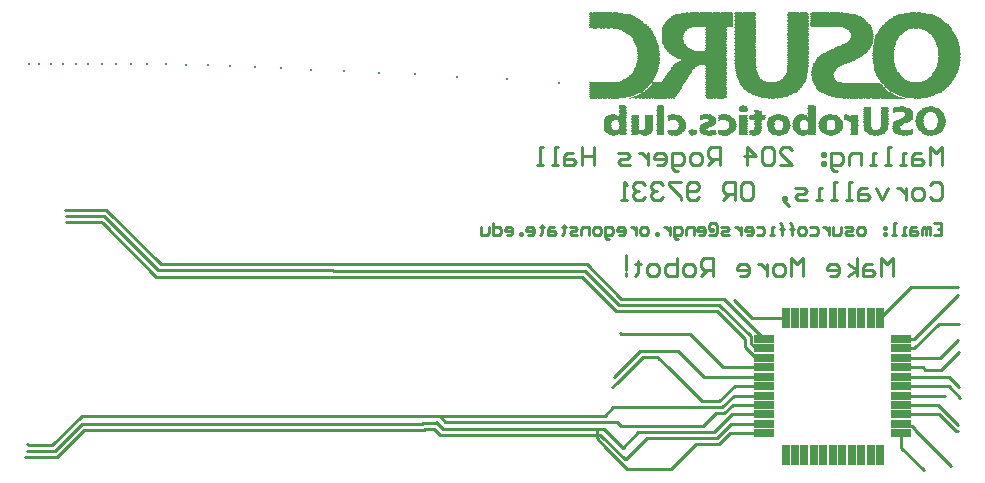
<source format=gbs>
G04 Layer_Color=16711935*
%FSLAX24Y24*%
%MOIN*%
G70*
G01*
G75*
%ADD28C,0.0100*%
%ADD42R,0.0197X0.0591*%
%ADD43R,0.0591X0.0197*%
%ADD44C,0.0030*%
%ADD73C,0.0080*%
%ADD76R,0.0277X0.0671*%
%ADD77R,0.0671X0.0277*%
D28*
X27126Y13032D02*
Y13346D01*
Y13032D02*
X27441Y12717D01*
X28150Y12008D01*
X28189D01*
X8071Y12395D02*
X9142D01*
X10051Y13304D01*
X20354D01*
X21382D01*
X21421Y13343D01*
X21693D01*
X21890Y13146D01*
X22008D01*
X27247D01*
X27283Y13110D01*
X28071Y12323D01*
X28110D01*
X8150Y12595D02*
X9059D01*
X9964Y13500D01*
X9968Y13504D01*
X15354D01*
X21299D01*
X21339Y13543D01*
X21808D01*
X9961Y13780D02*
X15984D01*
X8976Y12795D02*
X9961Y13780D01*
X21772Y13580D02*
X22005Y13346D01*
X26929D01*
X27362D01*
X27992Y12717D01*
X21929Y13740D02*
X22087Y13583D01*
X27795D01*
X8150Y12835D02*
X8189Y12795D01*
X8937D01*
X8976D01*
X15984Y13780D02*
X22874D01*
X27402D01*
X27677Y14055D01*
X31697Y17641D02*
X32291Y17047D01*
X33425D01*
X37598Y18071D02*
X39173D01*
X36575Y17047D02*
X37598Y18071D01*
X37729Y13295D02*
X38937Y12087D01*
X37729Y13295D02*
Y13350D01*
X37641Y13437D02*
X37729Y13350D01*
X37350Y13437D02*
X37641D01*
X37283Y13504D02*
X37350Y13437D01*
X37283Y12716D02*
X38031Y11968D01*
X37283Y12716D02*
Y13189D01*
X39090Y13265D02*
X39173D01*
X38536Y13819D02*
X39090Y13265D01*
X37283Y13819D02*
X38536D01*
X38504Y14134D02*
X39173Y13465D01*
X37283Y14134D02*
X38504D01*
X38740Y14449D02*
X38740Y14449D01*
X37283Y14449D02*
X38740D01*
X38858Y14764D02*
X39252Y14370D01*
X37283Y14764D02*
X38858D01*
X38858Y15079D02*
X39213Y14724D01*
X37283Y15079D02*
X38858D01*
X39213Y15906D02*
Y15906D01*
X38780Y15472D02*
X39213Y15906D01*
X38622Y15315D02*
X38780Y15472D01*
X38071Y15315D02*
X38622D01*
X37992Y15394D02*
X38071Y15315D01*
X37283Y15394D02*
X37992D01*
X38583Y15709D02*
X39173Y16299D01*
X37283Y15709D02*
X38583D01*
X38543Y16850D02*
X39213D01*
X37716Y16024D02*
X38543Y16850D01*
X37283Y16024D02*
X37716D01*
X37717Y16339D02*
X39173Y17795D01*
X37283Y16339D02*
X37717D01*
X28189Y12008D02*
X29616D01*
X30433Y12825D01*
X31208D01*
X31572Y13189D01*
X32717D01*
X28110Y12323D02*
X28813Y13025D01*
X31125D01*
X31604Y13504D01*
X32717D01*
X27992Y12717D02*
X28501Y13225D01*
X31042D01*
X31636Y13819D01*
X32717D01*
X27795Y13583D02*
X27953Y13425D01*
X28780D01*
X30669D01*
X31096Y13852D01*
X31386D01*
X31668Y14134D01*
X32717D01*
X27677Y14055D02*
X27680Y14052D01*
X30630D01*
X31303D01*
X31700Y14449D01*
X32717D01*
X27638Y14724D02*
X27792Y14879D01*
X27799D01*
X28666Y15745D01*
X29173D01*
Y15709D02*
Y15745D01*
Y15709D02*
X29528Y15354D01*
X30630Y14252D01*
X31220D01*
X31732Y14764D01*
X32717D01*
X27717Y15079D02*
X28543Y15906D01*
X28583Y15945D01*
X29843D01*
X30709Y15079D01*
X32717D01*
X27913Y16535D02*
X27953Y16496D01*
X30236D01*
X31339Y15394D01*
X32717D01*
X9449Y20230D02*
X10622D01*
X10662Y20190D01*
X12438Y18413D01*
X19370D01*
X26641D01*
X27783Y17271D01*
X31138D01*
X32071Y16338D01*
Y16063D02*
Y16338D01*
Y16063D02*
X32359Y15775D01*
X32650D01*
X32717Y15709D01*
X9449Y20430D02*
X10705D01*
X12516Y18619D01*
X18346D01*
X18352Y18613D01*
X26724D01*
X27866Y17471D01*
X31220D01*
X32271Y16421D01*
Y16178D02*
Y16421D01*
Y16178D02*
X32359Y16090D01*
X32650D01*
X32717Y16024D01*
X9409Y20630D02*
X10787D01*
X12598Y18819D01*
X19646D01*
X26801D01*
X27949Y17671D01*
X31384D01*
X32717Y16339D01*
X38640Y22129D02*
Y22729D01*
X38440Y22529D01*
X38240Y22729D01*
Y22129D01*
X37940Y22529D02*
X37740D01*
X37640Y22429D01*
Y22129D01*
X37940D01*
X38040Y22229D01*
X37940Y22329D01*
X37640D01*
X37441Y22129D02*
X37241D01*
X37341D01*
Y22529D01*
X37441D01*
X36941Y22129D02*
X36741D01*
X36841D01*
Y22729D01*
X36941D01*
X36441Y22129D02*
X36241D01*
X36341D01*
Y22529D01*
X36441D01*
X35941Y22129D02*
Y22529D01*
X35641D01*
X35541Y22429D01*
Y22129D01*
X35141Y21929D02*
X35041D01*
X34941Y22029D01*
Y22529D01*
X35241D01*
X35341Y22429D01*
Y22229D01*
X35241Y22129D01*
X34941D01*
X34741Y22529D02*
X34641D01*
Y22429D01*
X34741D01*
Y22529D01*
Y22229D02*
X34641D01*
Y22129D01*
X34741D01*
Y22229D01*
X33242Y22129D02*
X33642D01*
X33242Y22529D01*
Y22629D01*
X33342Y22729D01*
X33542D01*
X33642Y22629D01*
X33042D02*
X32942Y22729D01*
X32742D01*
X32642Y22629D01*
Y22229D01*
X32742Y22129D01*
X32942D01*
X33042Y22229D01*
Y22629D01*
X32142Y22129D02*
Y22729D01*
X32442Y22429D01*
X32042D01*
X31243Y22129D02*
Y22729D01*
X30943D01*
X30843Y22629D01*
Y22429D01*
X30943Y22329D01*
X31243D01*
X31043D02*
X30843Y22129D01*
X30543D02*
X30343D01*
X30243Y22229D01*
Y22429D01*
X30343Y22529D01*
X30543D01*
X30643Y22429D01*
Y22229D01*
X30543Y22129D01*
X29843Y21929D02*
X29743D01*
X29643Y22029D01*
Y22529D01*
X29943D01*
X30043Y22429D01*
Y22229D01*
X29943Y22129D01*
X29643D01*
X29143D02*
X29343D01*
X29443Y22229D01*
Y22429D01*
X29343Y22529D01*
X29143D01*
X29043Y22429D01*
Y22329D01*
X29443D01*
X28843Y22529D02*
Y22129D01*
Y22329D01*
X28743Y22429D01*
X28643Y22529D01*
X28543D01*
X28244Y22129D02*
X27944D01*
X27844Y22229D01*
X27944Y22329D01*
X28144D01*
X28244Y22429D01*
X28144Y22529D01*
X27844D01*
X27044Y22729D02*
Y22129D01*
Y22429D01*
X26644D01*
Y22729D01*
Y22129D01*
X26344Y22529D02*
X26144D01*
X26044Y22429D01*
Y22129D01*
X26344D01*
X26444Y22229D01*
X26344Y22329D01*
X26044D01*
X25844Y22129D02*
X25644D01*
X25744D01*
Y22729D01*
X25844D01*
X25344Y22129D02*
X25145D01*
X25244D01*
Y22729D01*
X25344D01*
X38240Y21469D02*
X38340Y21569D01*
X38540D01*
X38640Y21469D01*
Y21069D01*
X38540Y20969D01*
X38340D01*
X38240Y21069D01*
X37940Y20969D02*
X37740D01*
X37640Y21069D01*
Y21269D01*
X37740Y21369D01*
X37940D01*
X38040Y21269D01*
Y21069D01*
X37940Y20969D01*
X37441Y21369D02*
Y20969D01*
Y21169D01*
X37341Y21269D01*
X37241Y21369D01*
X37141D01*
X36841D02*
X36641Y20969D01*
X36441Y21369D01*
X36141D02*
X35941D01*
X35841Y21269D01*
Y20969D01*
X36141D01*
X36241Y21069D01*
X36141Y21169D01*
X35841D01*
X35641Y20969D02*
X35441D01*
X35541D01*
Y21569D01*
X35641D01*
X35141Y20969D02*
X34941D01*
X35041D01*
Y21569D01*
X35141D01*
X34641Y20969D02*
X34442D01*
X34541D01*
Y21369D01*
X34641D01*
X34142Y20969D02*
X33842D01*
X33742Y21069D01*
X33842Y21169D01*
X34042D01*
X34142Y21269D01*
X34042Y21369D01*
X33742D01*
X33442Y20869D02*
X33342Y20969D01*
Y21069D01*
X33442D01*
Y20969D01*
X33342D01*
X33442Y20869D01*
X33542Y20769D01*
X32042Y21569D02*
X32242D01*
X32342Y21469D01*
Y21069D01*
X32242Y20969D01*
X32042D01*
X31942Y21069D01*
Y21469D01*
X32042Y21569D01*
X31742Y20969D02*
Y21569D01*
X31442D01*
X31343Y21469D01*
Y21269D01*
X31442Y21169D01*
X31742D01*
X31542D02*
X31343Y20969D01*
X30543Y21069D02*
X30443Y20969D01*
X30243D01*
X30143Y21069D01*
Y21469D01*
X30243Y21569D01*
X30443D01*
X30543Y21469D01*
Y21369D01*
X30443Y21269D01*
X30143D01*
X29943Y21569D02*
X29543D01*
Y21469D01*
X29943Y21069D01*
Y20969D01*
X29343Y21469D02*
X29243Y21569D01*
X29043D01*
X28943Y21469D01*
Y21369D01*
X29043Y21269D01*
X29143D01*
X29043D01*
X28943Y21169D01*
Y21069D01*
X29043Y20969D01*
X29243D01*
X29343Y21069D01*
X28743Y21469D02*
X28643Y21569D01*
X28443D01*
X28343Y21469D01*
Y21369D01*
X28443Y21269D01*
X28543D01*
X28443D01*
X28343Y21169D01*
Y21069D01*
X28443Y20969D01*
X28643D01*
X28743Y21069D01*
X28144Y20969D02*
X27944D01*
X28044D01*
Y21569D01*
X28144Y21469D01*
X38360Y20197D02*
X38622D01*
Y19803D01*
X38360D01*
X38622Y20000D02*
X38491D01*
X38228Y19803D02*
Y20066D01*
X38163D01*
X38097Y20000D01*
Y19803D01*
Y20000D01*
X38032Y20066D01*
X37966Y20000D01*
Y19803D01*
X37769Y20066D02*
X37638D01*
X37573Y20000D01*
Y19803D01*
X37769D01*
X37835Y19869D01*
X37769Y19934D01*
X37573D01*
X37441Y19803D02*
X37310D01*
X37376D01*
Y20066D01*
X37441D01*
X37113Y19803D02*
X36982D01*
X37048D01*
Y20197D01*
X37113D01*
X36785Y20066D02*
X36720D01*
Y20000D01*
X36785D01*
Y20066D01*
Y19869D02*
X36720D01*
Y19803D01*
X36785D01*
Y19869D01*
X35998Y19803D02*
X35867D01*
X35801Y19869D01*
Y20000D01*
X35867Y20066D01*
X35998D01*
X36064Y20000D01*
Y19869D01*
X35998Y19803D01*
X35670D02*
X35473D01*
X35408Y19869D01*
X35473Y19934D01*
X35605D01*
X35670Y20000D01*
X35605Y20066D01*
X35408D01*
X35277D02*
Y19869D01*
X35211Y19803D01*
X35014D01*
Y20066D01*
X34883D02*
Y19803D01*
Y19934D01*
X34818Y20000D01*
X34752Y20066D01*
X34686D01*
X34227D02*
X34424D01*
X34490Y20000D01*
Y19869D01*
X34424Y19803D01*
X34227D01*
X34030D02*
X33899D01*
X33834Y19869D01*
Y20000D01*
X33899Y20066D01*
X34030D01*
X34096Y20000D01*
Y19869D01*
X34030Y19803D01*
X33637D02*
Y20131D01*
Y20000D01*
X33702D01*
X33571D01*
X33637D01*
Y20131D01*
X33571Y20197D01*
X33309Y19803D02*
Y20131D01*
Y20000D01*
X33374D01*
X33243D01*
X33309D01*
Y20131D01*
X33243Y20197D01*
X33046Y19803D02*
X32915D01*
X32981D01*
Y20066D01*
X33046D01*
X32456D02*
X32653D01*
X32718Y20000D01*
Y19869D01*
X32653Y19803D01*
X32456D01*
X32128D02*
X32259D01*
X32325Y19869D01*
Y20000D01*
X32259Y20066D01*
X32128D01*
X32062Y20000D01*
Y19934D01*
X32325D01*
X31931Y20066D02*
Y19803D01*
Y19934D01*
X31866Y20000D01*
X31800Y20066D01*
X31734D01*
X31538Y19803D02*
X31341D01*
X31275Y19869D01*
X31341Y19934D01*
X31472D01*
X31538Y20000D01*
X31472Y20066D01*
X31275D01*
X30947Y19934D02*
Y20000D01*
X31013D01*
Y19934D01*
X30947D01*
X30882Y20000D01*
Y20131D01*
X30947Y20197D01*
X31079D01*
X31144Y20131D01*
Y19869D01*
X31079Y19803D01*
X30882D01*
X30554D02*
X30685D01*
X30751Y19869D01*
Y20000D01*
X30685Y20066D01*
X30554D01*
X30488Y20000D01*
Y19934D01*
X30751D01*
X30357Y19803D02*
Y20066D01*
X30160D01*
X30095Y20000D01*
Y19803D01*
X29832Y19672D02*
X29767D01*
X29701Y19738D01*
Y20066D01*
X29898D01*
X29963Y20000D01*
Y19869D01*
X29898Y19803D01*
X29701D01*
X29570Y20066D02*
Y19803D01*
Y19934D01*
X29504Y20000D01*
X29439Y20066D01*
X29373D01*
X29176Y19803D02*
Y19869D01*
X29111D01*
Y19803D01*
X29176D01*
X28783D02*
X28652D01*
X28586Y19869D01*
Y20000D01*
X28652Y20066D01*
X28783D01*
X28848Y20000D01*
Y19869D01*
X28783Y19803D01*
X28455Y20066D02*
Y19803D01*
Y19934D01*
X28389Y20000D01*
X28324Y20066D01*
X28258D01*
X27864Y19803D02*
X27996D01*
X28061Y19869D01*
Y20000D01*
X27996Y20066D01*
X27864D01*
X27799Y20000D01*
Y19934D01*
X28061D01*
X27536Y19672D02*
X27471D01*
X27405Y19738D01*
Y20066D01*
X27602D01*
X27668Y20000D01*
Y19869D01*
X27602Y19803D01*
X27405D01*
X27208D02*
X27077D01*
X27012Y19869D01*
Y20000D01*
X27077Y20066D01*
X27208D01*
X27274Y20000D01*
Y19869D01*
X27208Y19803D01*
X26880D02*
Y20066D01*
X26684D01*
X26618Y20000D01*
Y19803D01*
X26487D02*
X26290D01*
X26224Y19869D01*
X26290Y19934D01*
X26421D01*
X26487Y20000D01*
X26421Y20066D01*
X26224D01*
X26028Y20131D02*
Y20066D01*
X26093D01*
X25962D01*
X26028D01*
Y19869D01*
X25962Y19803D01*
X25700Y20066D02*
X25569D01*
X25503Y20000D01*
Y19803D01*
X25700D01*
X25765Y19869D01*
X25700Y19934D01*
X25503D01*
X25306Y20131D02*
Y20066D01*
X25372D01*
X25241D01*
X25306D01*
Y19869D01*
X25241Y19803D01*
X24847D02*
X24978D01*
X25044Y19869D01*
Y20000D01*
X24978Y20066D01*
X24847D01*
X24781Y20000D01*
Y19934D01*
X25044D01*
X24650Y19803D02*
Y19869D01*
X24585D01*
Y19803D01*
X24650D01*
X24125D02*
X24257D01*
X24322Y19869D01*
Y20000D01*
X24257Y20066D01*
X24125D01*
X24060Y20000D01*
Y19934D01*
X24322D01*
X23666Y20197D02*
Y19803D01*
X23863D01*
X23929Y19869D01*
Y20000D01*
X23863Y20066D01*
X23666D01*
X23535D02*
Y19869D01*
X23469Y19803D01*
X23273D01*
Y20066D01*
X37008Y18425D02*
Y19025D01*
X36808Y18825D01*
X36608Y19025D01*
Y18425D01*
X36308Y18825D02*
X36108D01*
X36008Y18725D01*
Y18425D01*
X36308D01*
X36408Y18525D01*
X36308Y18625D01*
X36008D01*
X35808Y18425D02*
Y19025D01*
Y18625D02*
X35508Y18825D01*
X35808Y18625D02*
X35508Y18425D01*
X34909D02*
X35108D01*
X35208Y18525D01*
Y18725D01*
X35108Y18825D01*
X34909D01*
X34809Y18725D01*
Y18625D01*
X35208D01*
X34009Y18425D02*
Y19025D01*
X33809Y18825D01*
X33609Y19025D01*
Y18425D01*
X33309D02*
X33109D01*
X33009Y18525D01*
Y18725D01*
X33109Y18825D01*
X33309D01*
X33409Y18725D01*
Y18525D01*
X33309Y18425D01*
X32809Y18825D02*
Y18425D01*
Y18625D01*
X32709Y18725D01*
X32609Y18825D01*
X32509D01*
X31910Y18425D02*
X32109D01*
X32209Y18525D01*
Y18725D01*
X32109Y18825D01*
X31910D01*
X31810Y18725D01*
Y18625D01*
X32209D01*
X31010Y18425D02*
Y19025D01*
X30710D01*
X30610Y18925D01*
Y18725D01*
X30710Y18625D01*
X31010D01*
X30810D02*
X30610Y18425D01*
X30310D02*
X30110D01*
X30010Y18525D01*
Y18725D01*
X30110Y18825D01*
X30310D01*
X30410Y18725D01*
Y18525D01*
X30310Y18425D01*
X29810Y19025D02*
Y18425D01*
X29510D01*
X29410Y18525D01*
Y18625D01*
Y18725D01*
X29510Y18825D01*
X29810D01*
X29110Y18425D02*
X28910D01*
X28811Y18525D01*
Y18725D01*
X28910Y18825D01*
X29110D01*
X29210Y18725D01*
Y18525D01*
X29110Y18425D01*
X28511Y18925D02*
Y18825D01*
X28611D01*
X28411D01*
X28511D01*
Y18525D01*
X28411Y18425D01*
X28111Y18625D02*
Y19125D01*
Y18525D02*
Y18425D01*
D42*
X33425Y17047D02*
D03*
X33740D02*
D03*
X34055D02*
D03*
X34370D02*
D03*
X34685D02*
D03*
X35000D02*
D03*
X35315D02*
D03*
X35630D02*
D03*
X35945D02*
D03*
X36260D02*
D03*
X36575D02*
D03*
Y12480D02*
D03*
X36260D02*
D03*
X35945D02*
D03*
X35630D02*
D03*
X35315D02*
D03*
X35000D02*
D03*
X34685D02*
D03*
X34370D02*
D03*
X34055D02*
D03*
X33740D02*
D03*
X33425D02*
D03*
D43*
X37283Y16339D02*
D03*
Y16024D02*
D03*
Y15709D02*
D03*
Y15394D02*
D03*
Y15079D02*
D03*
Y14764D02*
D03*
Y14449D02*
D03*
Y14134D02*
D03*
Y13819D02*
D03*
Y13504D02*
D03*
Y13189D02*
D03*
X32717D02*
D03*
Y13504D02*
D03*
Y13819D02*
D03*
Y14134D02*
D03*
Y14449D02*
D03*
Y14764D02*
D03*
Y15079D02*
D03*
Y15394D02*
D03*
Y15709D02*
D03*
Y16024D02*
D03*
Y16339D02*
D03*
D44*
X35088Y24403D02*
X37262D01*
X30769Y25429D02*
X31404D01*
X33487D02*
X34182D01*
X30739Y26245D02*
X31404D01*
X33487D02*
X34152D01*
X26874Y27030D02*
X28474D01*
X29531D02*
X31645D01*
X33518D02*
X34182D01*
X26874Y24644D02*
X28686D01*
X30769D02*
X31404D01*
X36930Y27030D02*
X38561D01*
X36870Y24644D02*
X38682D01*
X26904Y27060D02*
X28414D01*
X29592D02*
X31645D01*
X33487D02*
X34182D01*
X26874Y27090D02*
X28384D01*
X29622D02*
X31645D01*
X33518D02*
X34182D01*
X26904Y27121D02*
X28293D01*
X29682D02*
X31645D01*
X33487D02*
X34152D01*
X26874Y27151D02*
X28233D01*
X29743D02*
X31645D01*
X33518D02*
X34182D01*
X26904Y27181D02*
X28112D01*
X29863D02*
X31645D01*
X33487D02*
X34182D01*
X26874Y27211D02*
X27961D01*
X30014D02*
X31645D01*
X33518D02*
X34152D01*
X29501Y27000D02*
X31645D01*
X30769Y26275D02*
X31434D01*
X33518D02*
X34182D01*
X30739Y26305D02*
X31404D01*
X33518D02*
X34182D01*
X30769Y26335D02*
X31434D01*
X33487D02*
X34182D01*
X30769Y26366D02*
X31434D01*
X33518D02*
X34152D01*
X30739Y26396D02*
X31404D01*
X33487D02*
X34182D01*
X30769Y26426D02*
X31434D01*
X33518D02*
X34152D01*
X30769Y26456D02*
X31434D01*
X33487D02*
X34182D01*
X30739Y26486D02*
X31404D01*
X33518D02*
X34152D01*
X30769Y26517D02*
X31434D01*
X33487D02*
X34182D01*
X30769Y26547D02*
X31434D01*
X33487D02*
X34182D01*
X30739Y26577D02*
X31434D01*
X33518D02*
X34152D01*
X30769Y26607D02*
X31404D01*
X33518D02*
X34182D01*
X30769Y26637D02*
X31434D01*
X33487D02*
X34152D01*
X30739Y26668D02*
X31434D01*
X33518D02*
X34182D01*
X30769Y26698D02*
X31404D01*
X33487D02*
X34182D01*
X26874Y26728D02*
X28837D01*
X30769D02*
X31434D01*
X33518D02*
X34152D01*
X26904Y26758D02*
X28837D01*
X30709D02*
X31434D01*
X33487D02*
X34182D01*
X26874Y26788D02*
X28776D01*
X29350D02*
X31645D01*
X33518D02*
X34182D01*
X26904Y26819D02*
X28776D01*
X29380D02*
X31645D01*
X33487D02*
X34152D01*
X26874Y26849D02*
X28746D01*
X29380D02*
X31645D01*
X33487D02*
X34182D01*
X26904Y26879D02*
X28686D01*
X29410D02*
X31645D01*
X33518D02*
X34182D01*
X26874Y26909D02*
X28655D01*
X29410D02*
X31645D01*
X33518D02*
X34152D01*
X26904Y26939D02*
X28625D01*
X29441D02*
X31645D01*
X33487D02*
X34182D01*
X26874Y26970D02*
X28565D01*
X29471D02*
X31645D01*
X33487D02*
X34182D01*
X26904Y27000D02*
X28535D01*
X33518D02*
X34152D01*
X30739Y25460D02*
X31434D01*
X33487D02*
X34182D01*
X29712Y25490D02*
X31434D01*
X33518D02*
X34152D01*
X29743Y25520D02*
X31404D01*
X33487D02*
X34182D01*
X29773Y25550D02*
X31434D01*
X33518D02*
X34182D01*
X29803Y25580D02*
X31434D01*
X33518D02*
X34182D01*
X29863Y25611D02*
X31404D01*
X33487D02*
X34152D01*
X29924Y25641D02*
X31434D01*
X33518D02*
X34182D01*
X29924Y25671D02*
X31434D01*
X33487D02*
X34182D01*
X29863Y25701D02*
X31434D01*
X33518D02*
X34152D01*
X29773Y25731D02*
X31404D01*
X33487D02*
X34182D01*
X29712Y25762D02*
X31404D01*
X33518D02*
X34182D01*
X29652Y25792D02*
X31434D01*
X33487D02*
X34152D01*
X29622Y25822D02*
X31404D01*
X33487D02*
X34182D01*
X29592Y25852D02*
X31434D01*
X33518D02*
X34182D01*
X29531Y25882D02*
X31434D01*
X33518D02*
X34152D01*
X29531Y25913D02*
X31404D01*
X33487D02*
X34182D01*
X29471Y25943D02*
X31434D01*
X33518D02*
X34182D01*
X30739Y25973D02*
X31434D01*
X33487D02*
X34152D01*
X30769Y26003D02*
X31404D01*
X33518D02*
X34182D01*
X30739Y26033D02*
X31434D01*
X33487D02*
X34182D01*
X30769Y26064D02*
X31434D01*
X33518D02*
X34182D01*
X30769Y26094D02*
X31404D01*
X33487D02*
X34182D01*
X30739Y26124D02*
X31434D01*
X33487D02*
X34152D01*
X30769Y26154D02*
X31434D01*
X33518D02*
X34182D01*
X30769Y26184D02*
X31434D01*
X33518D02*
X34152D01*
X30769Y26215D02*
X31404D01*
X33487D02*
X34182D01*
X26904Y24674D02*
X28716D01*
X30739D02*
X31434D01*
X26874Y24705D02*
X28746D01*
X30769D02*
X31434D01*
X26904Y24735D02*
X28806D01*
X30739D02*
X31434D01*
X26874Y24765D02*
X28806D01*
X30769D02*
X31404D01*
X26904Y24795D02*
X28837D01*
X30769D02*
X31404D01*
X26874Y24825D02*
X28867D01*
X30739D02*
X31434D01*
X26904Y24856D02*
X28897D01*
X30769D02*
X31404D01*
X26874Y24886D02*
X28927D01*
X30769D02*
X31434D01*
X30739Y24916D02*
X31434D01*
X30769Y24946D02*
X31404D01*
X33155D02*
X34061D01*
X30769Y24976D02*
X31434D01*
X33246D02*
X34061D01*
X30769Y25007D02*
X31434D01*
X33276D02*
X34061D01*
X30739Y25037D02*
X31404D01*
X33336D02*
X34091D01*
X30769Y25067D02*
X31434D01*
X33336D02*
X34091D01*
X30739Y25097D02*
X31434D01*
X33367D02*
X34122D01*
X30769Y25127D02*
X31404D01*
X33397D02*
X34122D01*
X30769Y25158D02*
X31434D01*
X33427D02*
X34122D01*
X30739Y25188D02*
X31434D01*
X33427D02*
X34122D01*
X30769Y25218D02*
X31434D01*
X33457D02*
X34152D01*
X30769Y25248D02*
X31404D01*
X33457D02*
X34122D01*
X30739Y25278D02*
X31404D01*
X33457D02*
X34152D01*
X30769Y25309D02*
X31434D01*
X33457D02*
X34152D01*
X30769Y25339D02*
X31404D01*
X33487D02*
X34152D01*
X30739Y25369D02*
X31434D01*
X33487D02*
X34152D01*
X30769Y25399D02*
X31434D01*
X33487D02*
X34152D01*
X26904Y24403D02*
X28082D01*
X30769D02*
X31434D01*
X26874Y24433D02*
X28172D01*
X30769D02*
X31434D01*
X26904Y24463D02*
X28323D01*
X30739D02*
X31404D01*
X26874Y24493D02*
X28414D01*
X30769D02*
X31434D01*
X26904Y24523D02*
X28474D01*
X30769D02*
X31434D01*
X26874Y24554D02*
X28535D01*
X30739D02*
X31404D01*
X26904Y24584D02*
X28595D01*
X30769D02*
X31434D01*
X26904Y24614D02*
X28625D01*
X30769D02*
X31434D01*
X27447Y23225D02*
X28082D01*
X27417Y23255D02*
X28082D01*
X27417Y23708D02*
X28082D01*
X27417Y23738D02*
X28112D01*
X36991Y27060D02*
X38501D01*
X37021Y27090D02*
X38440D01*
X37111Y27121D02*
X38380D01*
X37172Y27151D02*
X38289D01*
X37262Y27181D02*
X38199D01*
X36477Y26517D02*
X37262D01*
X36477Y26547D02*
X37293D01*
X36507Y26577D02*
X37323D01*
X36507Y26607D02*
X37383D01*
X36538Y26637D02*
X37444D01*
X36538Y26668D02*
X37474D01*
X36568Y26698D02*
X37625D01*
X36598Y26728D02*
X38893D01*
X36628Y26758D02*
X38863D01*
X36628Y26788D02*
X38833D01*
X36689Y26819D02*
X38833D01*
X36689Y26849D02*
X38772D01*
X36749Y26879D02*
X38772D01*
X36749Y26909D02*
X38712D01*
X36809Y26939D02*
X38682D01*
X36840Y26970D02*
X38652D01*
X36870Y27000D02*
X38621D01*
X36840Y24674D02*
X38712D01*
X36809Y24705D02*
X38742D01*
X36749Y24735D02*
X38772D01*
X36749Y24765D02*
X38833D01*
X36689Y24795D02*
X38833D01*
X36689Y24825D02*
X38863D01*
X36628Y24856D02*
X38893D01*
X36628Y24886D02*
X38923D01*
X36598Y24916D02*
X37685D01*
X36568Y24946D02*
X37534D01*
X36568Y24976D02*
X37444D01*
X36538Y25007D02*
X37383D01*
X36507Y25037D02*
X37353D01*
X36507Y25067D02*
X37293D01*
X36477Y25097D02*
X37262D01*
X37202Y24463D02*
X38350D01*
X37142Y24493D02*
X38380D01*
X37081Y24523D02*
X38470D01*
X36991Y24554D02*
X38531D01*
X36991Y24584D02*
X38591D01*
X36900Y24614D02*
X38621D01*
X37081Y23195D02*
X37655D01*
X37021Y23255D02*
X37655D01*
X36991Y23285D02*
X37655D01*
X28444Y25429D02*
X29169D01*
X28384Y26245D02*
X29108D01*
X29320D02*
X30014D01*
X27870Y23829D02*
X28082D01*
X29592D02*
X29712D01*
X28746Y24644D02*
X29863D01*
X31736Y25429D02*
X32400D01*
X31706Y26245D02*
X32400D01*
X31736Y27030D02*
X32400D01*
X32098Y24644D02*
X33820D01*
X34333Y25429D02*
X35209D01*
X36356D02*
X37051D01*
X35481Y26245D02*
X36296D01*
X36356D02*
X37081D01*
X34242Y27030D02*
X35994D01*
X36024Y23829D02*
X36236D01*
X34514Y24644D02*
X36779D01*
X38470Y25429D02*
X39165D01*
X38440Y26245D02*
X39165D01*
X37413Y23829D02*
X37655D01*
X38440D02*
X38682D01*
X27266Y27241D02*
X27296D01*
X27236Y26698D02*
X27266D01*
X27236Y24916D02*
X27266D01*
X27236Y24372D02*
X27266D01*
X30467Y27241D02*
X30498D01*
X28384Y26275D02*
X29108D01*
X29320D02*
X30014D01*
X28353Y26305D02*
X29108D01*
X29320D02*
X30014D01*
X28353Y26335D02*
X29078D01*
X29290D02*
X29984D01*
X28323Y26366D02*
X29078D01*
X29290D02*
X29984D01*
X28293Y26396D02*
X29078D01*
X29290D02*
X29984D01*
X28263Y26426D02*
X29048D01*
X29290D02*
X30014D01*
X28233Y26456D02*
X29018D01*
X29290D02*
X29984D01*
X28202Y26486D02*
X29018D01*
X29290D02*
X30014D01*
X28172Y26517D02*
X29018D01*
X29290D02*
X30014D01*
X28112Y26547D02*
X28988D01*
X29290D02*
X30014D01*
X28082Y26577D02*
X28957D01*
X29290D02*
X30045D01*
X28021Y26607D02*
X28957D01*
X29320D02*
X30045D01*
X27961Y26637D02*
X28927D01*
X29290D02*
X30105D01*
X27870Y26668D02*
X28897D01*
X29320D02*
X30105D01*
X27719Y26698D02*
X28897D01*
X29320D02*
X30165D01*
X29320Y26728D02*
X30256D01*
X29350Y26758D02*
X30347D01*
X30377D02*
X30467D01*
X28444Y25460D02*
X29169D01*
X29682D02*
X30498D01*
X28444Y25490D02*
X29169D01*
X28444Y25520D02*
X29199D01*
X28474Y25550D02*
X29169D01*
X28474Y25580D02*
X29199D01*
X28474Y25611D02*
X29169D01*
X28474Y25641D02*
X29199D01*
X28504Y25671D02*
X29199D01*
X28474Y25701D02*
X29199D01*
X28504Y25731D02*
X29199D01*
X28474Y25762D02*
X29169D01*
X28504Y25792D02*
X29199D01*
X28504Y25822D02*
X29199D01*
X28474Y25852D02*
X29199D01*
X28474Y25882D02*
X29199D01*
X28504Y25913D02*
X29169D01*
X28474Y25943D02*
X29199D01*
X28474Y25973D02*
X29169D01*
X29471D02*
X30347D01*
X28474Y26003D02*
X29169D01*
X29441D02*
X30256D01*
X28474Y26033D02*
X29169D01*
X29410D02*
X30196D01*
X28474Y26064D02*
X29169D01*
X29380D02*
X30135D01*
X28444Y26094D02*
X29169D01*
X29380D02*
X30105D01*
X28444Y26124D02*
X29169D01*
X29380D02*
X30075D01*
X28444Y26154D02*
X29139D01*
X29350D02*
X30075D01*
X28414Y26184D02*
X29139D01*
X29350D02*
X30045D01*
X28414Y26215D02*
X29139D01*
X29320D02*
X30014D01*
X28806Y24674D02*
X29894D01*
X28837Y24705D02*
X29924D01*
X28867Y24735D02*
X29924D01*
X28897Y24765D02*
X29954D01*
X28927Y24795D02*
X29984D01*
X28957Y24825D02*
X29984D01*
X28988Y24856D02*
X30014D01*
X29018Y24886D02*
X30014D01*
X27749Y24916D02*
X28957D01*
X29290D02*
X30045D01*
X27900Y24946D02*
X28957D01*
X29320D02*
X30075D01*
X27961Y24976D02*
X28988D01*
X29350D02*
X30075D01*
X28021Y25007D02*
X29018D01*
X29350D02*
X30105D01*
X28112Y25037D02*
X29018D01*
X29380D02*
X30135D01*
X28142Y25067D02*
X29048D01*
X29410D02*
X30135D01*
X28202Y25097D02*
X29048D01*
X29410D02*
X30165D01*
X28202Y25127D02*
X29078D01*
X29441D02*
X30165D01*
X28263Y25158D02*
X29078D01*
X29471D02*
X30196D01*
X28293Y25188D02*
X29108D01*
X29471D02*
X30226D01*
X28323Y25218D02*
X29108D01*
X29501D02*
X30226D01*
X28323Y25248D02*
X29108D01*
X29531D02*
X30256D01*
X28353Y25278D02*
X29139D01*
X29531D02*
X30286D01*
X28384Y25309D02*
X29139D01*
X29561D02*
X30286D01*
X28384Y25339D02*
X29139D01*
X29592D02*
X30316D01*
X28384Y25369D02*
X29169D01*
X29592D02*
X30377D01*
X28414Y25399D02*
X29139D01*
X29622D02*
X30377D01*
X27900Y23859D02*
X28112D01*
X27870Y23889D02*
X28112D01*
X27870Y23919D02*
X28082D01*
X27870Y23950D02*
X28082D01*
X27870Y23980D02*
X28112D01*
X27900Y24010D02*
X28082D01*
X27870Y24040D02*
X28082D01*
X27870Y24070D02*
X28112D01*
X27870Y24101D02*
X28082D01*
X28867Y24372D02*
X28897D01*
X28263Y24403D02*
X29712D01*
X28384Y24433D02*
X29743D01*
X28474Y24463D02*
X29773D01*
X28535Y24493D02*
X29773D01*
X28595Y24523D02*
X29803D01*
X28655Y24554D02*
X29833D01*
X28686Y24584D02*
X29833D01*
X28746Y24614D02*
X29863D01*
X29622Y23134D02*
X29652D01*
X27900Y23164D02*
X28082D01*
X29531D02*
X29863D01*
X27870Y23195D02*
X28112D01*
X28535D02*
X28897D01*
X29501D02*
X29924D01*
X28535Y23225D02*
X28927D01*
X29501D02*
X29954D01*
X28263Y23255D02*
X28927D01*
X29471D02*
X30014D01*
X27780Y23285D02*
X28112D01*
X28293D02*
X28927D01*
X29501D02*
X29652D01*
X27810Y23315D02*
X28082D01*
X28716D02*
X28957D01*
X27840Y23346D02*
X28112D01*
X28716D02*
X28957D01*
X27870Y23376D02*
X28082D01*
X28746D02*
X28957D01*
X27870Y23406D02*
X28082D01*
X28746D02*
X28957D01*
X27870Y23436D02*
X28112D01*
X28746D02*
X28957D01*
X27900Y23466D02*
X28082D01*
X28746D02*
X28957D01*
X27870Y23497D02*
X28112D01*
X28746D02*
X28957D01*
X27870Y23527D02*
X28082D01*
X28746D02*
X28957D01*
X27870Y23557D02*
X28112D01*
X28746D02*
X28957D01*
X27870Y23587D02*
X28082D01*
X28746D02*
X28957D01*
X27840Y23617D02*
X28082D01*
X28746D02*
X28957D01*
X27840Y23648D02*
X28082D01*
X28746D02*
X28957D01*
X27719Y23678D02*
X28082D01*
X28746D02*
X28957D01*
X29652D02*
X30014D01*
X28746Y23708D02*
X28957D01*
X29501D02*
X29984D01*
X28746Y23738D02*
X28957D01*
X29501D02*
X29954D01*
X27870Y23768D02*
X28082D01*
X28746D02*
X28957D01*
X29471D02*
X29924D01*
X27870Y23799D02*
X28112D01*
X28746D02*
X28957D01*
X29501D02*
X29863D01*
X31736Y27060D02*
X32400D01*
X31706Y27090D02*
X32370D01*
X31736Y27121D02*
X32400D01*
X31736Y27151D02*
X32400D01*
X31736Y27181D02*
X32370D01*
X31706Y27211D02*
X32400D01*
X32068Y27241D02*
X32098D01*
X33638D02*
X33699D01*
X31736Y26275D02*
X32400D01*
X31736Y26305D02*
X32400D01*
X31736Y26335D02*
X32400D01*
X31706Y26366D02*
X32400D01*
X31736Y26396D02*
X32400D01*
X31736Y26426D02*
X32400D01*
X31736Y26456D02*
X32370D01*
X31706Y26486D02*
X32400D01*
X31736Y26517D02*
X32400D01*
X31736Y26547D02*
X32400D01*
X31736Y26577D02*
X32400D01*
X31706Y26607D02*
X32400D01*
X31736Y26637D02*
X32400D01*
X31736Y26668D02*
X32400D01*
X31736Y26698D02*
X32370D01*
X31706Y26728D02*
X32400D01*
X31736Y26758D02*
X32400D01*
X31736Y26788D02*
X32400D01*
X31736Y26819D02*
X32370D01*
X31706Y26849D02*
X32400D01*
X31736Y26879D02*
X32400D01*
X31736Y26909D02*
X32400D01*
X31736Y26939D02*
X32400D01*
X31706Y26970D02*
X32400D01*
X31736Y27000D02*
X32370D01*
X31736Y25460D02*
X32400D01*
X31736Y25490D02*
X32400D01*
X31736Y25520D02*
X32400D01*
X31706Y25550D02*
X32400D01*
X31736Y25580D02*
X32400D01*
X31736Y25611D02*
X32400D01*
X31706Y25641D02*
X32400D01*
X31736Y25671D02*
X32400D01*
X31736Y25701D02*
X32400D01*
X31736Y25731D02*
X32370D01*
X31706Y25762D02*
X32400D01*
X31736Y25792D02*
X32400D01*
X31736Y25822D02*
X32400D01*
X31736Y25852D02*
X32370D01*
X31706Y25882D02*
X32400D01*
X31736Y25913D02*
X32400D01*
X31736Y25943D02*
X32400D01*
X31736Y25973D02*
X32400D01*
X31706Y26003D02*
X32400D01*
X31736Y26033D02*
X32370D01*
X31736Y26064D02*
X32400D01*
X31736Y26094D02*
X32400D01*
X31706Y26124D02*
X32370D01*
X31736Y26154D02*
X32400D01*
X31736Y26184D02*
X32400D01*
X31736Y26215D02*
X32370D01*
X32038Y24674D02*
X33880D01*
X32008Y24705D02*
X33880D01*
X32008Y24735D02*
X33940D01*
X31977Y24765D02*
X33940D01*
X31947Y24795D02*
X33971D01*
X31917Y24825D02*
X33971D01*
X31917Y24856D02*
X34001D01*
X31887Y24886D02*
X34031D01*
X31857Y24916D02*
X32823D01*
X32853D02*
X32914D01*
X33034D02*
X34031D01*
X31857Y24946D02*
X32732D01*
X31857Y24976D02*
X32642D01*
X31826Y25007D02*
X32612D01*
X31826Y25037D02*
X32551D01*
X31796Y25067D02*
X32551D01*
X31796Y25097D02*
X32521D01*
X31766Y25127D02*
X32491D01*
X31796Y25158D02*
X32461D01*
X31766Y25188D02*
X32461D01*
X31766Y25218D02*
X32461D01*
X31766Y25248D02*
X32430D01*
X31766Y25278D02*
X32430D01*
X31736Y25309D02*
X32430D01*
X31766Y25339D02*
X32400D01*
X31736Y25369D02*
X32400D01*
X31736Y25399D02*
X32430D01*
X31917Y23950D02*
X32098D01*
X31887Y23980D02*
X32128D01*
X31887Y24010D02*
X32128D01*
X31887Y24040D02*
X32128D01*
X31887Y24070D02*
X32098D01*
X31917Y24101D02*
X32098D01*
X31222Y24372D02*
X31283D01*
X32853D02*
X32883D01*
X32612Y24403D02*
X33246D01*
X32491Y24433D02*
X33457D01*
X32400Y24463D02*
X33518D01*
X32310Y24493D02*
X33608D01*
X32279Y24523D02*
X33638D01*
X32219Y24554D02*
X33699D01*
X32159Y24584D02*
X33759D01*
X32128Y24614D02*
X33789D01*
X31192Y23164D02*
X31555D01*
X32008D02*
X32128D01*
X31162Y23195D02*
X31585D01*
X31887D02*
X32098D01*
X31162Y23225D02*
X31645D01*
X31887D02*
X32128D01*
X31162Y23255D02*
X31675D01*
X31887D02*
X32098D01*
X31162Y23285D02*
X31343D01*
X31887D02*
X32098D01*
X32853D02*
X33518D01*
X31887Y23315D02*
X32128D01*
X32823D02*
X33065D01*
X31887Y23346D02*
X32098D01*
X32823D02*
X33065D01*
X33669D02*
X33910D01*
X31887Y23376D02*
X32128D01*
X32823D02*
X33034D01*
X33669D02*
X33910D01*
X31887Y23406D02*
X32098D01*
X32823D02*
X33034D01*
X33669D02*
X33880D01*
X31887Y23436D02*
X32128D01*
X32793D02*
X33004D01*
X33638D02*
X33880D01*
X31887Y23466D02*
X32098D01*
X32793D02*
X33004D01*
X33669D02*
X33880D01*
X31887Y23497D02*
X32128D01*
X32793D02*
X33034D01*
X33669D02*
X33880D01*
X31887Y23527D02*
X32128D01*
X32793D02*
X33034D01*
X33638D02*
X33880D01*
X31887Y23557D02*
X32098D01*
X32793D02*
X33004D01*
X33669D02*
X33880D01*
X31887Y23587D02*
X32128D01*
X32793D02*
X33034D01*
X33669D02*
X33910D01*
X31887Y23617D02*
X32098D01*
X32823D02*
X33034D01*
X33669D02*
X33910D01*
X31887Y23648D02*
X32128D01*
X32823D02*
X33065D01*
X33669D02*
X33940D01*
X31192Y23678D02*
X31313D01*
X31887D02*
X32098D01*
X32853D02*
X33125D01*
X31162Y23708D02*
X31675D01*
X31887D02*
X32128D01*
X32853D02*
X33487D01*
X31162Y23738D02*
X31615D01*
X31887D02*
X32098D01*
X31192Y23768D02*
X31585D01*
X31887D02*
X32098D01*
X31162Y23799D02*
X31555D01*
X31887D02*
X32128D01*
X34273Y27060D02*
X35934D01*
X34242Y27090D02*
X35903D01*
X34273Y27121D02*
X35813D01*
X34242Y27151D02*
X35752D01*
X34242Y27181D02*
X35662D01*
X34242Y27211D02*
X35511D01*
X34454Y27241D02*
X34484D01*
X35269D02*
X35299D01*
X35511Y26275D02*
X36296D01*
X36356D02*
X37081D01*
X35541Y26305D02*
X36296D01*
X36356D02*
X37111D01*
X35571Y26335D02*
X36296D01*
X36387D02*
X37142D01*
X35571Y26366D02*
X36326D01*
X36417D02*
X37142D01*
X35601Y26396D02*
X36296D01*
X36417D02*
X37172D01*
X35601Y26426D02*
X36326D01*
X36417D02*
X37172D01*
X35601Y26456D02*
X36296D01*
X36417D02*
X37202D01*
X35632Y26486D02*
X36326D01*
X36447D02*
X37232D01*
X35601Y26517D02*
X36296D01*
X35601Y26547D02*
X36296D01*
X35571Y26577D02*
X36296D01*
X35541Y26607D02*
X36296D01*
X35541Y26637D02*
X36296D01*
X35481Y26668D02*
X36266D01*
X35420Y26698D02*
X36266D01*
X35330Y26728D02*
X36266D01*
X34273Y26758D02*
X34544D01*
X34997D02*
X36236D01*
X34242Y26788D02*
X36236D01*
X34273Y26819D02*
X36205D01*
X34242Y26849D02*
X36175D01*
X34242Y26879D02*
X36145D01*
X34242Y26909D02*
X36145D01*
X34273Y26939D02*
X36085D01*
X34242Y26970D02*
X36085D01*
X34273Y27000D02*
X36024D01*
X34333Y25460D02*
X35269D01*
X36356D02*
X37051D01*
X34333Y25490D02*
X35330D01*
X36356D02*
X37051D01*
X34333Y25520D02*
X35390D01*
X36326D02*
X37051D01*
X34363Y25550D02*
X35450D01*
X36326D02*
X37051D01*
X34393Y25580D02*
X35541D01*
X36326D02*
X37021D01*
X34393Y25611D02*
X35601D01*
X36326D02*
X37021D01*
X34424Y25641D02*
X35692D01*
X36326D02*
X37021D01*
X34454Y25671D02*
X35752D01*
X36326D02*
X37021D01*
X34484Y25701D02*
X35813D01*
X36296D02*
X37021D01*
X34484Y25731D02*
X35873D01*
X36326D02*
X37021D01*
X34544Y25762D02*
X35934D01*
X36326D02*
X37021D01*
X34575Y25792D02*
X35964D01*
X36296D02*
X37021D01*
X34605Y25822D02*
X35994D01*
X36326D02*
X37021D01*
X34665Y25852D02*
X36054D01*
X36326D02*
X37021D01*
X34695Y25882D02*
X36085D01*
X36296D02*
X37021D01*
X34756Y25913D02*
X36115D01*
X36326D02*
X37021D01*
X34816Y25943D02*
X36145D01*
X36326D02*
X37021D01*
X34877Y25973D02*
X36145D01*
X36326D02*
X37021D01*
X34937Y26003D02*
X36205D01*
X36326D02*
X37051D01*
X35028Y26033D02*
X36205D01*
X36326D02*
X37021D01*
X35088Y26064D02*
X36236D01*
X36326D02*
X37021D01*
X35148Y26094D02*
X36236D01*
X36326D02*
X37051D01*
X35269Y26124D02*
X36266D01*
X36326D02*
X37051D01*
X35299Y26154D02*
X36266D01*
X36356D02*
X37051D01*
X35360Y26184D02*
X36266D01*
X36356D02*
X37081D01*
X35420Y26215D02*
X36296D01*
X36356D02*
X37081D01*
X34484Y24674D02*
X36749D01*
X34454Y24705D02*
X36719D01*
X34424Y24735D02*
X36689D01*
X34424Y24765D02*
X36628D01*
X34393Y24795D02*
X36628D01*
X34363Y24825D02*
X36598D01*
X34363Y24856D02*
X36538D01*
X34333Y24886D02*
X35269D01*
X34333Y24916D02*
X35179D01*
X34333Y24946D02*
X35118D01*
X34303Y24976D02*
X35058D01*
X34303Y25007D02*
X35028D01*
X34303Y25037D02*
X35028D01*
X34303Y25067D02*
X34997D01*
X34303Y25097D02*
X34997D01*
X34273Y25127D02*
X34997D01*
X36447D02*
X37232D01*
X34273Y25158D02*
X34967D01*
X36447D02*
X37202D01*
X34303Y25188D02*
X34997D01*
X36447D02*
X37202D01*
X34273Y25218D02*
X34997D01*
X36417D02*
X37172D01*
X34303Y25248D02*
X34997D01*
X36417D02*
X37142D01*
X34273Y25278D02*
X35028D01*
X36417D02*
X37111D01*
X34303Y25309D02*
X35058D01*
X36387D02*
X37111D01*
X34303Y25339D02*
X35088D01*
X36387D02*
X37111D01*
X34303Y25369D02*
X35118D01*
X36356D02*
X37081D01*
X34303Y25399D02*
X35148D01*
X36356D02*
X37081D01*
X35994Y23859D02*
X36236D01*
X36024Y23889D02*
X36236D01*
X35994Y23919D02*
X36236D01*
X35994Y23950D02*
X36236D01*
X36024Y23980D02*
X36236D01*
X35994Y24010D02*
X36236D01*
X36024Y24040D02*
X36236D01*
X36024Y24070D02*
X36115D01*
X36024Y24372D02*
X36054D01*
X36840D02*
X36900D01*
X34937Y24433D02*
X37142D01*
X34846Y24463D02*
X37081D01*
X34756Y24493D02*
X36991D01*
X34695Y24523D02*
X36960D01*
X34635Y24554D02*
X36900D01*
X34605Y24584D02*
X36870D01*
X34544Y24614D02*
X36809D01*
X35028Y23315D02*
X35269D01*
X36054D02*
X36387D01*
X35028Y23346D02*
X35269D01*
X36054D02*
X36296D01*
X35058Y23376D02*
X35299D01*
X36024D02*
X36266D01*
X35088Y23406D02*
X35299D01*
X36024D02*
X36266D01*
X35058Y23436D02*
X35299D01*
X36024D02*
X36236D01*
X35058Y23466D02*
X35299D01*
X35994D02*
X36236D01*
X35088Y23497D02*
X35299D01*
X36024D02*
X36236D01*
X35058Y23527D02*
X35299D01*
X36024D02*
X36236D01*
X35088Y23557D02*
X35299D01*
X35994D02*
X36236D01*
X35058Y23587D02*
X35299D01*
X35994D02*
X36236D01*
X35058Y23617D02*
X35269D01*
X36024D02*
X36236D01*
X35028Y23648D02*
X35269D01*
X36024D02*
X36236D01*
X35994Y23678D02*
X36236D01*
X36024Y23708D02*
X36236D01*
X35994Y23738D02*
X36236D01*
X36024Y23768D02*
X36236D01*
X35994Y23799D02*
X36236D01*
X37383Y27211D02*
X38078D01*
X37655Y27241D02*
X37685D01*
X38410Y26275D02*
X39135D01*
X38410Y26305D02*
X39135D01*
X38380Y26335D02*
X39135D01*
X38380Y26366D02*
X39105D01*
X38350Y26396D02*
X39105D01*
X38319Y26426D02*
X39074D01*
X38289Y26456D02*
X39074D01*
X38289Y26486D02*
X39044D01*
X38259Y26517D02*
X39044D01*
X38199Y26547D02*
X39014D01*
X38168Y26577D02*
X39014D01*
X38138Y26607D02*
X38984D01*
X38078Y26637D02*
X38954D01*
X37987Y26668D02*
X38954D01*
X37866Y26698D02*
X38923D01*
X38470Y25460D02*
X39195D01*
X38470Y25490D02*
X39195D01*
X38470Y25520D02*
X39195D01*
X38470Y26094D02*
X39195D01*
X38470Y26124D02*
X39165D01*
X38470Y26154D02*
X39165D01*
X38440Y26184D02*
X39165D01*
X38440Y26215D02*
X39165D01*
X37897Y24916D02*
X38954D01*
X37987Y24946D02*
X38954D01*
X38078Y24976D02*
X38984D01*
X38138Y25007D02*
X39014D01*
X38168Y25037D02*
X39014D01*
X38199Y25067D02*
X39044D01*
X38259Y25097D02*
X39074D01*
X38289Y25127D02*
X39074D01*
X38289Y25158D02*
X39074D01*
X38319Y25188D02*
X39105D01*
X38350Y25218D02*
X39105D01*
X38380Y25248D02*
X39135D01*
X38380Y25278D02*
X39135D01*
X38410Y25309D02*
X39135D01*
X38410Y25339D02*
X39165D01*
X38440Y25369D02*
X39165D01*
X38440Y25399D02*
X39165D01*
X38410Y23859D02*
X38682D01*
X37383Y23889D02*
X37655D01*
X38350D02*
X38652D01*
X38229Y23919D02*
X38621D01*
X37897Y23950D02*
X38621D01*
X37897Y23980D02*
X38561D01*
X37957Y24010D02*
X38531D01*
X37987Y24040D02*
X38501D01*
X37474Y24403D02*
X38078D01*
X37353Y24433D02*
X38229D01*
X37987Y23195D02*
X38501D01*
X37957Y23225D02*
X38561D01*
X37927Y23255D02*
X38591D01*
X37866Y23285D02*
X38621D01*
X37504Y23315D02*
X37655D01*
X38289D02*
X38652D01*
X37595Y23346D02*
X37655D01*
X38380D02*
X38652D01*
X38410Y23376D02*
X38682D01*
X38440Y23406D02*
X38682D01*
X38470Y23436D02*
X38712D01*
X38470Y23466D02*
X38712D01*
X38470Y23497D02*
X38742D01*
X38470Y23527D02*
X38712D01*
X38470Y23738D02*
X38712D01*
X37383Y23768D02*
X37655D01*
X38470D02*
X38712D01*
X37413Y23799D02*
X37655D01*
X38440D02*
X38682D01*
X27598Y23829D02*
X27689D01*
X29139D02*
X29350D01*
X29682Y25429D02*
X30437D01*
X30679Y23829D02*
X30800D01*
X30860D02*
X30890D01*
X31283D02*
X31373D01*
X31404D02*
X31434D01*
X32370D02*
X32612D01*
X33095D02*
X33155D01*
X33185D02*
X33246D01*
X33880D02*
X33940D01*
X33971D02*
X34001D01*
X34182D02*
X34393D01*
X34846D02*
X34937D01*
X35390D02*
X35450D01*
X36628D02*
X36840D01*
X37806D02*
X38078D01*
X26904Y27241D02*
X26934D01*
X26994D02*
X27025D01*
X27055D02*
X27085D01*
X27115D02*
X27176D01*
X27206D02*
X27236D01*
X26994Y26698D02*
X27025D01*
X27085D02*
X27115D01*
X26934Y24916D02*
X26994D01*
X27055D02*
X27085D01*
X27115D02*
X27145D01*
X27176D02*
X27206D01*
X26904Y24372D02*
X26934D01*
X26964D02*
X26994D01*
X27025D02*
X27055D01*
X27085D02*
X27115D01*
X27176D02*
X27206D01*
X27327Y27241D02*
X27357D01*
X27387D02*
X27417D01*
X27447D02*
X27478D01*
X27508D02*
X27538D01*
X27568D02*
X27598D01*
X27659D02*
X27689D01*
X27719D02*
X27749D01*
X27780D02*
X27810D01*
X27327Y26698D02*
X27357D01*
X27478D02*
X27538D01*
X27659D02*
X27689D01*
X27296Y24916D02*
X27327D01*
X27357D02*
X27417D01*
X27478D02*
X27508D01*
X27538D02*
X27598D01*
X27659D02*
X27719D01*
X27870Y24131D02*
X27900D01*
X27931D02*
X27961D01*
X28021D02*
X28051D01*
X27327Y24372D02*
X27357D01*
X27417D02*
X27447D01*
X27508D02*
X27538D01*
X27598D02*
X27659D01*
X27689D02*
X27719D01*
X27749D02*
X27780D01*
X27810D02*
X27840D01*
X27629Y23134D02*
X27659D01*
X27689D02*
X27719D01*
X27538Y23164D02*
X27810D01*
X27508Y23195D02*
X27840D01*
X27417Y23285D02*
X27749D01*
X27387Y23315D02*
X27659D01*
X27387Y23346D02*
X27629D01*
X27387Y23376D02*
X27598D01*
X27357Y23406D02*
X27598D01*
X27357Y23436D02*
X27568D01*
X27357Y23466D02*
X27598D01*
X27357Y23497D02*
X27568D01*
X27357Y23527D02*
X27568D01*
X27357Y23557D02*
X27598D01*
X27387Y23587D02*
X27598D01*
X27357Y23617D02*
X27598D01*
X27387Y23648D02*
X27659D01*
X27387Y23678D02*
X27689D01*
X27447Y23768D02*
X27840D01*
X27508Y23799D02*
X27780D01*
X28202Y24372D02*
X28233D01*
X28414D02*
X28444D01*
X28535D02*
X28565D01*
X28625D02*
X28655D01*
X28686D02*
X28716D01*
X28776D02*
X28806D01*
X28202Y24433D02*
X28233D01*
X28686Y23134D02*
X28716D01*
X28746D02*
X28776D01*
X28263Y23164D02*
X28474D01*
X28595D02*
X28837D01*
X28293Y23195D02*
X28504D01*
X28293Y23225D02*
X28504D01*
X28263Y23315D02*
X28565D01*
X28293Y23346D02*
X28504D01*
X28263Y23376D02*
X28504D01*
X28293Y23406D02*
X28504D01*
X28263Y23436D02*
X28504D01*
X28263Y23466D02*
X28474D01*
X28293Y23497D02*
X28504D01*
X28293Y23527D02*
X28504D01*
X28263Y23557D02*
X28504D01*
X28293Y23587D02*
X28474D01*
X28263Y23617D02*
X28504D01*
X28293Y23648D02*
X28504D01*
X28263Y23678D02*
X28504D01*
X28263Y23708D02*
X28474D01*
X28293Y23738D02*
X28504D01*
X28263Y23768D02*
X28504D01*
X28293Y23799D02*
X28504D01*
X29048Y24916D02*
X29078D01*
X29108D02*
X29139D01*
X29169D02*
X29199D01*
X29229D02*
X29259D01*
X29139Y23859D02*
X29350D01*
X29139Y23889D02*
X29350D01*
X29139Y23919D02*
X29350D01*
X29139Y23950D02*
X29350D01*
X29108Y23980D02*
X29350D01*
X29139Y24010D02*
X29350D01*
X29139Y24040D02*
X29350D01*
X29139Y24070D02*
X29350D01*
X29139Y24101D02*
X29350D01*
X29169Y24131D02*
X29199D01*
X29229D02*
X29259D01*
X29290D02*
X29320D01*
X28957Y24372D02*
X28988D01*
X29048D02*
X29108D01*
X29139D02*
X29169D01*
X29199D02*
X29229D01*
X29259D02*
X29290D01*
X29350D02*
X29380D01*
X29410D02*
X29441D01*
X29501D02*
X29531D01*
X29592D02*
X29622D01*
X29139Y23164D02*
X29350D01*
X29139Y23195D02*
X29350D01*
X29139Y23225D02*
X29350D01*
X29139Y23255D02*
X29350D01*
X29139Y23285D02*
X29350D01*
X29108Y23315D02*
X29350D01*
X29501D02*
X29531D01*
X29139Y23346D02*
X29350D01*
X29139Y23376D02*
X29350D01*
X29139Y23406D02*
X29350D01*
X29139Y23436D02*
X29350D01*
X29139Y23466D02*
X29350D01*
X29108Y23497D02*
X29350D01*
X29139Y23527D02*
X29350D01*
X29139Y23557D02*
X29350D01*
X29139Y23587D02*
X29350D01*
X29139Y23617D02*
X29350D01*
X29139Y23648D02*
X29350D01*
X29501D02*
X29531D01*
X29139Y23678D02*
X29350D01*
X29501D02*
X29622D01*
X29139Y23708D02*
X29350D01*
X29139Y23738D02*
X29350D01*
X29139Y23768D02*
X29350D01*
X29108Y23799D02*
X29350D01*
X29954Y27211D02*
X29984D01*
X30105Y27241D02*
X30135D01*
X30226D02*
X30256D01*
X30286D02*
X30316D01*
X30347D02*
X30377D01*
X30407D02*
X30437D01*
X29803Y25701D02*
X29833D01*
X29682Y24372D02*
X29712D01*
Y23134D02*
X29743D01*
X29773D02*
X29803D01*
X30286D02*
X30316D01*
X30226Y23164D02*
X30407D01*
X30196Y23195D02*
X30437D01*
X30196Y23225D02*
X30437D01*
X30165Y23255D02*
X30437D01*
X29682Y23285D02*
X30014D01*
X30196D02*
X30437D01*
X29773Y23315D02*
X30045D01*
X30226D02*
X30407D01*
X29803Y23346D02*
X30045D01*
X30256D02*
X30316D01*
X29833Y23376D02*
X30075D01*
X29833Y23406D02*
X30075D01*
X29863Y23436D02*
X30075D01*
X29863Y23466D02*
X30075D01*
X29833Y23497D02*
X30075D01*
X29863Y23527D02*
X30075D01*
X29833Y23557D02*
X30075D01*
X29833Y23587D02*
X30045D01*
X29803Y23617D02*
X30045D01*
X29773Y23648D02*
X30045D01*
X30558Y27241D02*
X30588D01*
X30618D02*
X30649D01*
X30679D02*
X30709D01*
X30739D02*
X30800D01*
X30830D02*
X30860D01*
X30920D02*
X30951D01*
X31011D02*
X31041D01*
X31071D02*
X31102D01*
X31132D02*
X31162D01*
X31192D02*
X31222D01*
X30498Y26758D02*
X30528D01*
X30558D02*
X30618D01*
X30649D02*
X30679D01*
X30800Y24372D02*
X30830D01*
X30860D02*
X30890D01*
X30951D02*
X30981D01*
X31041D02*
X31071D01*
X31132D02*
X31162D01*
X30800Y23134D02*
X30830D01*
X30860D02*
X30890D01*
X30920D02*
X30951D01*
X30679Y23164D02*
X31071D01*
X30618Y23195D02*
X31102D01*
X30588Y23225D02*
X31071D01*
X30558Y23255D02*
X31071D01*
X30558Y23285D02*
X30800D01*
X30920D02*
X30951D01*
X30981D02*
X31071D01*
X30528Y23315D02*
X30769D01*
X31162D02*
X31192D01*
X30558Y23346D02*
X30739D01*
X30528Y23376D02*
X30800D01*
X30558Y23406D02*
X30830D01*
X30558Y23436D02*
X30951D01*
X30558Y23466D02*
X31011D01*
X30618Y23497D02*
X31041D01*
X30679Y23527D02*
X31071D01*
X30739Y23557D02*
X31071D01*
X30830Y23587D02*
X31071D01*
X30860Y23617D02*
X31071D01*
X30860Y23648D02*
X31071D01*
X31162D02*
X31192D01*
X30588Y23678D02*
X30649D01*
X30830D02*
X31071D01*
X30588Y23708D02*
X31071D01*
X30588Y23738D02*
X31041D01*
X30588Y23768D02*
X31011D01*
X30558Y23799D02*
X30951D01*
X31283Y27241D02*
X31313D01*
X31343D02*
X31373D01*
X31404D02*
X31434D01*
X31464D02*
X31524D01*
X31585D02*
X31615D01*
X31736D02*
X31766D01*
X31796D02*
X31826D01*
X31857D02*
X31887D01*
X31917D02*
X31947D01*
X32008D02*
X32038D01*
X31464Y26758D02*
X31524D01*
X31555D02*
X31585D01*
X31615D02*
X31645D01*
X31947Y23919D02*
X32038D01*
X31977Y24131D02*
X32008D01*
X31313Y24372D02*
X31343D01*
X31313Y23134D02*
X31343D01*
X31373D02*
X31404D01*
X31434D02*
X31464D01*
X31887Y23164D02*
X31977D01*
X31373Y23285D02*
X31706D01*
X31464Y23315D02*
X31706D01*
X31464Y23346D02*
X31736D01*
X31494Y23376D02*
X31736D01*
X31524Y23406D02*
X31736D01*
X31524Y23436D02*
X31766D01*
X31524Y23466D02*
X31736D01*
X31524Y23497D02*
X31766D01*
X31524Y23527D02*
X31736D01*
X31524Y23557D02*
X31736D01*
X31494Y23587D02*
X31736D01*
X31494Y23617D02*
X31736D01*
X31434Y23648D02*
X31706D01*
X31343Y23678D02*
X31706D01*
X32128Y27241D02*
X32159D01*
X32189D02*
X32249D01*
X32279D02*
X32310D01*
X32340D02*
X32370D01*
X32400Y23859D02*
X32612D01*
X32400Y23889D02*
X32612D01*
X32370Y23919D02*
X32612D01*
X32400Y23950D02*
X32581D01*
X32370Y23980D02*
X32521D01*
X32310Y23134D02*
X32340D01*
X32370D02*
X32400D01*
X32219Y23164D02*
X32491D01*
X32249Y23195D02*
X32551D01*
X32219Y23225D02*
X32581D01*
X32219Y23255D02*
X32581D01*
X32249Y23285D02*
X32581D01*
X32370Y23315D02*
X32612D01*
X32370Y23346D02*
X32581D01*
X32370Y23376D02*
X32612D01*
X32370Y23406D02*
X32612D01*
X32400Y23436D02*
X32612D01*
X32400Y23466D02*
X32581D01*
X32370Y23497D02*
X32612D01*
X32370Y23527D02*
X32612D01*
X32400Y23557D02*
X32581D01*
X32400Y23587D02*
X32612D01*
X32370Y23617D02*
X32612D01*
X32400Y23648D02*
X32612D01*
X32249Y23678D02*
X32702D01*
X32219Y23708D02*
X32702D01*
X32219Y23738D02*
X32732D01*
X32219Y23768D02*
X32702D01*
X32249Y23799D02*
X32732D01*
X33518Y27241D02*
X33548D01*
X33578D02*
X33608D01*
X32944Y24916D02*
X32974D01*
X32944Y24372D02*
X32974D01*
X33004D02*
X33034D01*
X33125D02*
X33155D01*
X33276Y24403D02*
X33306D01*
X33155Y23134D02*
X33185D01*
X33216D02*
X33246D01*
X32974Y23164D02*
X33336D01*
X32944Y23195D02*
X33427D01*
X32914Y23225D02*
X33457D01*
X32883Y23255D02*
X33487D01*
X33276Y23315D02*
X33518D01*
X33306Y23346D02*
X33518D01*
X33306Y23376D02*
X33548D01*
X33336Y23406D02*
X33548D01*
X33336Y23436D02*
X33548D01*
X33336Y23466D02*
X33578D01*
X33336Y23497D02*
X33548D01*
X33336Y23527D02*
X33548D01*
X33336Y23557D02*
X33548D01*
X33306Y23587D02*
X33548D01*
X33306Y23617D02*
X33548D01*
X33246Y23648D02*
X33518D01*
X33155Y23678D02*
X33185D01*
X33216D02*
X33518D01*
X32883Y23738D02*
X33457D01*
X32944Y23768D02*
X33427D01*
X33004Y23799D02*
X33336D01*
X33729Y27241D02*
X33759D01*
X33820D02*
X33850D01*
X33910D02*
X33940D01*
X33971D02*
X34001D01*
X34031D02*
X34061D01*
X34091D02*
X34122D01*
X34303D02*
X34333D01*
X34363D02*
X34424D01*
X34152Y23859D02*
X34393D01*
X34182Y23889D02*
X34393D01*
X34182Y23919D02*
X34393D01*
X34182Y23950D02*
X34393D01*
X34182Y23980D02*
X34393D01*
X34182Y24010D02*
X34393D01*
X34152Y24040D02*
X34393D01*
X34182Y24070D02*
X34393D01*
X34182Y24101D02*
X34393D01*
X34182Y24131D02*
X34212D01*
X34242D02*
X34273D01*
X34303D02*
X34333D01*
X33940Y23134D02*
X33971D01*
X34001D02*
X34031D01*
X33850Y23164D02*
X34122D01*
X34182D02*
X34393D01*
X33789Y23195D02*
X34122D01*
X34152D02*
X34363D01*
X33759Y23225D02*
X34152D01*
X34182D02*
X34393D01*
X33729Y23255D02*
X34393D01*
X33699Y23285D02*
X34393D01*
X33699Y23315D02*
X33940D01*
X34122D02*
X34393D01*
X34152Y23346D02*
X34393D01*
X34182Y23376D02*
X34393D01*
X34182Y23406D02*
X34393D01*
X34182Y23436D02*
X34393D01*
X34182Y23466D02*
X34393D01*
X34182Y23497D02*
X34393D01*
X34182Y23527D02*
X34393D01*
X34182Y23557D02*
X34393D01*
X34152Y23587D02*
X34393D01*
X34152Y23617D02*
X34393D01*
X34122Y23648D02*
X34393D01*
X33699Y23678D02*
X34001D01*
X34031D02*
X34393D01*
X33699Y23708D02*
X34393D01*
X33729Y23738D02*
X34152D01*
X34182D02*
X34393D01*
X33759Y23768D02*
X34122D01*
X34182D02*
X34393D01*
X33789Y23799D02*
X34091D01*
X34182D02*
X34393D01*
X34514Y27241D02*
X34544D01*
X34575D02*
X34605D01*
X34635D02*
X34665D01*
X34695D02*
X34726D01*
X34756D02*
X34786D01*
X34816D02*
X34846D01*
X34907D02*
X34937D01*
X34967D02*
X34997D01*
X35028D02*
X35058D01*
X35088D02*
X35148D01*
X35179D02*
X35209D01*
X34575Y26758D02*
X34726D01*
X34756D02*
X34967D01*
X34877Y23134D02*
X34907D01*
X34937D02*
X34967D01*
X34756Y23164D02*
X35088D01*
X34695Y23195D02*
X35148D01*
X34635Y23225D02*
X35209D01*
X34605Y23255D02*
X35209D01*
X34605Y23285D02*
X34907D01*
X34937D02*
X35239D01*
X34575Y23315D02*
X34816D01*
X34575Y23346D02*
X34786D01*
X34544Y23376D02*
X34786D01*
X34544Y23406D02*
X34756D01*
X34514Y23436D02*
X34756D01*
X34544Y23466D02*
X34756D01*
X34544Y23497D02*
X34786D01*
X34514Y23527D02*
X34756D01*
X34544Y23557D02*
X34756D01*
X34544Y23587D02*
X34786D01*
X34544Y23617D02*
X34786D01*
X34575Y23648D02*
X34816D01*
X34575Y23678D02*
X34907D01*
X34937D02*
X35239D01*
X34605Y23708D02*
X35209D01*
X34635Y23738D02*
X35209D01*
X34665Y23768D02*
X35148D01*
X34726Y23799D02*
X35118D01*
X35330Y24372D02*
X35360D01*
X35390D02*
X35420D01*
X35481D02*
X35511D01*
X35571D02*
X35632D01*
X35662D02*
X35692D01*
X35722D02*
X35752D01*
X35783D02*
X35813D01*
X35873D02*
X35903D01*
X35934D02*
X35964D01*
X35571Y23164D02*
X35813D01*
X35601Y23195D02*
X35813D01*
X35601Y23225D02*
X35813D01*
X35601Y23255D02*
X35813D01*
X35601Y23285D02*
X35813D01*
X35601Y23315D02*
X35813D01*
X35571Y23346D02*
X35813D01*
X35601Y23376D02*
X35813D01*
X35601Y23406D02*
X35813D01*
X35601Y23436D02*
X35813D01*
X35601Y23466D02*
X35843D01*
X35601Y23497D02*
X35813D01*
X35601Y23527D02*
X35813D01*
X35601Y23557D02*
X35813D01*
X35571Y23587D02*
X35813D01*
X35541Y23617D02*
X35813D01*
X35481Y23648D02*
X35843D01*
X35360Y23678D02*
X35813D01*
X35360Y23708D02*
X35813D01*
X35360Y23738D02*
X35571D01*
X35601D02*
X35813D01*
X35360Y23768D02*
X35571D01*
X35601D02*
X35813D01*
X35360Y23799D02*
X35511D01*
X35601D02*
X35813D01*
X36598Y23859D02*
X36809D01*
X36598Y23889D02*
X36809D01*
X36598Y23919D02*
X36840D01*
X36598Y23950D02*
X36809D01*
X36598Y23980D02*
X36840D01*
X36628Y24010D02*
X36809D01*
X36598Y24040D02*
X36840D01*
X36145Y24070D02*
X36236D01*
X36598D02*
X36809D01*
X36115Y24372D02*
X36145D01*
X36175D02*
X36205D01*
X36296D02*
X36356D01*
X36387D02*
X36417D01*
X36447D02*
X36477D01*
X36507D02*
X36538D01*
X36598D02*
X36628D01*
X36658D02*
X36689D01*
X36719D02*
X36749D01*
X36779D02*
X36809D01*
X36326Y23134D02*
X36356D01*
X36387D02*
X36417D01*
X36477D02*
X36507D01*
X36205Y23164D02*
X36598D01*
X36175Y23195D02*
X36689D01*
X36145Y23225D02*
X36719D01*
X36085Y23255D02*
X36749D01*
X36085Y23285D02*
X36749D01*
X36477Y23315D02*
X36779D01*
X36507Y23346D02*
X36809D01*
X36568Y23376D02*
X36809D01*
X36568Y23406D02*
X36809D01*
X36598Y23436D02*
X36809D01*
X36598Y23466D02*
X36809D01*
X36598Y23497D02*
X36840D01*
X36598Y23527D02*
X36840D01*
X36598Y23557D02*
X36809D01*
X36598Y23587D02*
X36840D01*
X36598Y23617D02*
X36809D01*
X36598Y23648D02*
X36809D01*
X36598Y23678D02*
X36840D01*
X36598Y23708D02*
X36840D01*
X36598Y23738D02*
X36809D01*
X36598Y23768D02*
X36840D01*
X36598Y23799D02*
X36809D01*
X37564Y27241D02*
X37595D01*
X37413Y23859D02*
X37625D01*
X37021Y23889D02*
X37051D01*
X37021Y23919D02*
X37142D01*
X37232D02*
X37262D01*
X37323D02*
X37625D01*
X37021Y23950D02*
X37625D01*
X37021Y23980D02*
X37595D01*
X37021Y24010D02*
X37564D01*
X37021Y24040D02*
X37534D01*
X37051Y24070D02*
X37413D01*
X37232Y24101D02*
X37262D01*
X37293D02*
X37323D01*
X36930Y24372D02*
X36960D01*
X36991D02*
X37021D01*
X37051D02*
X37081D01*
X37111D02*
X37142D01*
X37172D02*
X37202D01*
X37232D02*
X37262D01*
X37293D02*
X37323D01*
X37353D02*
X37383D01*
X37413Y24403D02*
X37444D01*
X37293Y24433D02*
X37323D01*
X37293Y23134D02*
X37323D01*
X37353D02*
X37383D01*
X37444D02*
X37474D01*
X37172Y23164D02*
X37595D01*
X37051Y23225D02*
X37625D01*
X36991Y23315D02*
X37262D01*
X36991Y23346D02*
X37232D01*
X36960Y23376D02*
X37232D01*
X36991Y23406D02*
X37202D01*
X36960Y23436D02*
X37202D01*
X36991Y23466D02*
X37262D01*
X36991Y23497D02*
X37293D01*
X36991Y23527D02*
X37353D01*
X37021Y23557D02*
X37474D01*
X37051Y23587D02*
X37474D01*
X37081Y23617D02*
X37534D01*
X37111Y23648D02*
X37564D01*
X37202Y23678D02*
X37625D01*
X37262Y23708D02*
X37625D01*
X37323Y23738D02*
X37625D01*
X37715Y27241D02*
X37746D01*
X37806D02*
X37836D01*
X37866D02*
X37897D01*
X37715Y26698D02*
X37746D01*
X37776D02*
X37806D01*
X37715Y24916D02*
X37746D01*
X37806D02*
X37866D01*
X37806Y23859D02*
X38078D01*
X37836Y23889D02*
X38138D01*
X37866Y23919D02*
X38199D01*
X38078Y24070D02*
X38380D01*
X38199Y24101D02*
X38229D01*
X38259D02*
X38289D01*
X37715Y24372D02*
X37746D01*
X37806D02*
X37836D01*
X37866D02*
X37897D01*
X38108Y24403D02*
X38138D01*
Y23134D02*
X38168D01*
X38229D02*
X38259D01*
X38289D02*
X38319D01*
X38048Y23164D02*
X38440D01*
X37866Y23315D02*
X38199D01*
X37836Y23346D02*
X38108D01*
X37836Y23376D02*
X38108D01*
X37806Y23406D02*
X38048D01*
X37806Y23436D02*
X38048D01*
X37776Y23466D02*
X38017D01*
X37776Y23497D02*
X38017D01*
X37776Y23527D02*
X38017D01*
X37776Y23557D02*
X37987D01*
X37746Y23587D02*
X38017D01*
X37776Y23617D02*
X37987D01*
X37746Y23648D02*
X38017D01*
X37776Y23678D02*
X37987D01*
X37776Y23708D02*
X38017D01*
X37776Y23738D02*
X38017D01*
X37776Y23768D02*
X38017D01*
X37806Y23799D02*
X38048D01*
X38501Y25550D02*
X39195D01*
X38501Y25580D02*
X39195D01*
X38501Y25611D02*
X39195D01*
X38501Y25641D02*
X39225D01*
X38501Y25671D02*
X39195D01*
X38501Y25701D02*
X39195D01*
X38501Y25731D02*
X39225D01*
X38531Y25762D02*
X39195D01*
X38501Y25792D02*
X39195D01*
X38501Y25822D02*
X39225D01*
X38501Y25852D02*
X39195D01*
X38531Y25882D02*
X39225D01*
X38501Y25913D02*
X39195D01*
X38501Y25943D02*
X39195D01*
X38501Y25973D02*
X39195D01*
X38501Y26003D02*
X39195D01*
X38501Y26033D02*
X39195D01*
X38501Y26064D02*
X39195D01*
X38501Y23557D02*
X38742D01*
X38501Y23587D02*
X38712D01*
X38501Y23617D02*
X38742D01*
X38501Y23648D02*
X38742D01*
X38501Y23678D02*
X38742D01*
X38501Y23708D02*
X38712D01*
D73*
X25866Y24882D02*
D03*
X24134Y25000D02*
D03*
X22480Y25079D02*
D03*
X21063Y25157D02*
D03*
X19882Y25197D02*
D03*
X18701Y25276D02*
D03*
X17598Y25315D02*
D03*
X16614Y25354D02*
D03*
X15748Y25394D02*
D03*
X14921Y25433D02*
D03*
X14173Y25472D02*
D03*
X13425D02*
D03*
X12756Y25512D02*
D03*
X12126D02*
D03*
X11614D02*
D03*
X11102D02*
D03*
X10630D02*
D03*
X10157D02*
D03*
X9764D02*
D03*
X9331D02*
D03*
X8937D02*
D03*
X8543D02*
D03*
X8189D02*
D03*
D76*
X36575Y17047D02*
D03*
X36260D02*
D03*
X35945D02*
D03*
X35630D02*
D03*
X35315D02*
D03*
X35000D02*
D03*
X34685D02*
D03*
X34370D02*
D03*
X34055D02*
D03*
X33740D02*
D03*
X33425D02*
D03*
Y12480D02*
D03*
X33740D02*
D03*
X34055D02*
D03*
X34370D02*
D03*
X34685D02*
D03*
X35000D02*
D03*
X35315D02*
D03*
X35630D02*
D03*
X35945D02*
D03*
X36260D02*
D03*
X36575D02*
D03*
D77*
X32717Y16339D02*
D03*
Y16024D02*
D03*
Y15709D02*
D03*
Y15394D02*
D03*
Y15079D02*
D03*
Y14764D02*
D03*
Y14449D02*
D03*
Y14134D02*
D03*
Y13819D02*
D03*
Y13504D02*
D03*
Y13189D02*
D03*
X37283D02*
D03*
Y13504D02*
D03*
Y13819D02*
D03*
Y14134D02*
D03*
Y14449D02*
D03*
Y14764D02*
D03*
Y15079D02*
D03*
Y15394D02*
D03*
Y15709D02*
D03*
Y16024D02*
D03*
Y16339D02*
D03*
M02*

</source>
